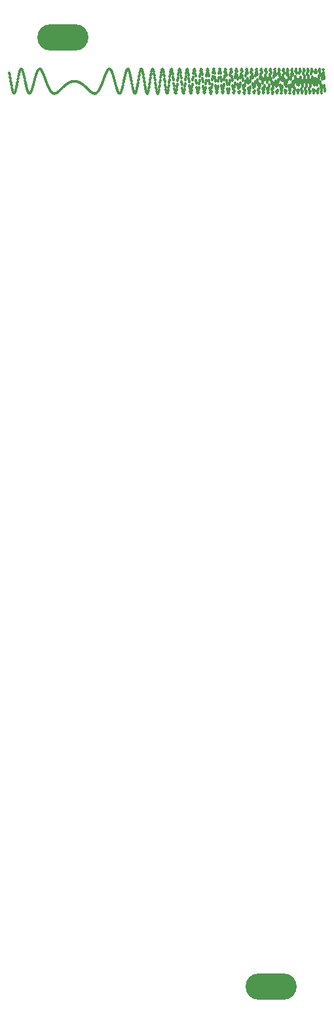
<source format=gts>
G04 Layer: TopSolderMaskLayer*
G04 EasyEDA v6.5.34, 2023-08-21 18:11:39*
G04 41bd66247c774cb09e50729edd233ae6,5a6b42c53f6a479593ecc07194224c93,10*
G04 Gerber Generator version 0.2*
G04 Scale: 100 percent, Rotated: No, Reflected: No *
G04 Dimensions in millimeters *
G04 leading zeros omitted , absolute positions ,4 integer and 5 decimal *
%FSLAX45Y45*%
%MOMM*%

%ADD10C,0.3556*%
%ADD11O,6.6032126X3.4031936000000003*%

%LPD*%
D10*
X-4229Y12109815D02*
G01*
X4234Y12088850D01*
X4234Y12065848D02*
G01*
X12705Y12041286D01*
X12705Y12016003D02*
G01*
X21170Y11990481D01*
X21170Y11965559D02*
G01*
X29634Y11941683D01*
X29634Y11919612D02*
G01*
X38105Y11899706D01*
X38105Y11882561D02*
G01*
X46570Y11868434D01*
X46570Y11857720D02*
G01*
X55034Y11850545D01*
X55034Y11847065D02*
G01*
X63505Y11847296D01*
X63505Y11851159D02*
G01*
X71970Y11858531D01*
X71970Y11869160D02*
G01*
X80434Y11882798D01*
X80434Y11899038D02*
G01*
X88905Y11917547D01*
X88905Y11937814D02*
G01*
X97370Y11959450D01*
X97370Y11981903D02*
G01*
X105834Y12004756D01*
X105834Y12027463D02*
G01*
X114305Y12049615D01*
X114305Y12070735D02*
G01*
X122770Y12090450D01*
X122770Y12108365D02*
G01*
X131234Y12124176D01*
X131234Y12137603D02*
G01*
X139705Y12148444D01*
X139705Y12156523D02*
G01*
X148170Y12161756D01*
X148170Y12164082D02*
G01*
X156634Y12163511D01*
X156634Y12160120D02*
G01*
X165105Y12154011D01*
X165105Y12145335D02*
G01*
X173570Y12134303D01*
X173570Y12121134D02*
G01*
X182034Y12106107D01*
X182034Y12089488D02*
G01*
X190505Y12071611D01*
X190505Y12052752D02*
G01*
X198970Y12033288D01*
X198970Y12013473D02*
G01*
X207434Y11993699D01*
X207434Y11974202D02*
G01*
X215905Y11955338D01*
X215905Y11937324D02*
G01*
X224370Y11920463D01*
X224370Y11904929D02*
G01*
X232834Y11890976D01*
X232834Y11878716D02*
G01*
X241305Y11868335D01*
X241305Y11859902D02*
G01*
X249770Y11853534D01*
X249770Y11849229D02*
G01*
X258234Y11847034D01*
X258234Y11846918D02*
G01*
X266705Y11848838D01*
X266705Y11852739D02*
G01*
X275170Y11858500D01*
X275170Y11866059D02*
G01*
X283634Y11875218D01*
X283634Y11885896D02*
G01*
X292105Y11897865D01*
X292105Y11911037D02*
G01*
X300570Y11925132D01*
X300570Y11940082D02*
G01*
X309034Y11955574D01*
X309034Y11971553D02*
G01*
X317505Y11987702D01*
X317505Y12003986D02*
G01*
X325970Y12020077D01*
X325970Y12035965D02*
G01*
X334434Y12051339D01*
X334434Y12066209D02*
G01*
X342905Y12080298D01*
X342905Y12093618D02*
G01*
X351370Y12105927D01*
X351370Y12117275D02*
G01*
X359834Y12127445D01*
X359834Y12136493D02*
G01*
X368305Y12144263D01*
X368305Y12150818D02*
G01*
X376770Y12156038D01*
X376770Y12159995D02*
G01*
X385234Y12162637D01*
X385234Y12164001D02*
G01*
X393705Y12164108D01*
X393705Y12162977D02*
G01*
X402170Y12160676D01*
X402170Y12157229D02*
G01*
X410634Y12152734D01*
X410634Y12147189D02*
G01*
X419105Y12140752D01*
X419105Y12133399D02*
G01*
X427570Y12125312D01*
X427570Y12116457D02*
G01*
X436034Y12107037D01*
X436034Y12096998D02*
G01*
X444505Y12086579D01*
X444505Y12075685D02*
G01*
X452970Y12064583D01*
X452970Y12053161D02*
G01*
X461434Y12041690D01*
X461434Y12030044D02*
G01*
X469905Y12018497D01*
X469905Y12006894D02*
G01*
X478370Y11995533D01*
X478370Y11984248D02*
G01*
X486834Y11973303D01*
X486834Y11962531D02*
G01*
X495305Y11952206D01*
X495305Y11942142D02*
G01*
X503770Y11932592D01*
X503770Y11923377D02*
G01*
X512234Y11914733D01*
X512234Y11906478D02*
G01*
X520705Y11898828D01*
X520705Y11891609D02*
G01*
X529170Y11885010D01*
X529170Y11878878D02*
G01*
X537634Y11873364D01*
X537634Y11868335D02*
G01*
X546105Y11863908D01*
X546105Y11859963D02*
G01*
X554570Y11856603D01*
X554570Y11853720D02*
G01*
X563034Y11851388D01*
X563034Y11849521D02*
G01*
X571505Y11848157D01*
X571505Y11847245D02*
G01*
X579970Y11846780D01*
X579970Y11846750D02*
G01*
X588434Y11847116D01*
X588434Y11847878D02*
G01*
X596905Y11848993D01*
X596905Y11850471D02*
G01*
X605370Y11852236D01*
X605370Y11854340D02*
G01*
X613834Y11856676D01*
X613834Y11859313D02*
G01*
X622305Y11862140D01*
X622305Y11865229D02*
G01*
X630770Y11868447D01*
X630770Y11871901D02*
G01*
X639234Y11875442D01*
X639234Y11879181D02*
G01*
X647705Y11882958D01*
X647705Y11886920D02*
G01*
X656170Y11890865D01*
X656170Y11894969D02*
G01*
X664641Y11899026D01*
X664641Y11903212D02*
G01*
X673100Y11907309D01*
X673100Y11911520D02*
G01*
X681570Y11915620D01*
X681570Y11919805D02*
G01*
X690041Y11923854D01*
X690041Y11927972D02*
G01*
X698500Y11931929D01*
X698500Y11935940D02*
G01*
X706970Y11939772D01*
X706970Y11943648D02*
G01*
X715441Y11947319D01*
X715441Y11951035D02*
G01*
X723900Y11954525D01*
X723900Y11958048D02*
G01*
X732370Y11961340D01*
X732370Y11964652D02*
G01*
X740841Y11967728D01*
X740841Y11970816D02*
G01*
X749300Y11973669D01*
X749300Y11976521D02*
G01*
X757770Y11979125D01*
X757770Y11981736D02*
G01*
X766241Y11984093D01*
X766241Y11986455D02*
G01*
X774700Y11988563D01*
X774700Y11990666D02*
G01*
X783170Y11992513D01*
X783170Y11994362D02*
G01*
X791641Y11995942D01*
X791641Y11997524D02*
G01*
X800100Y11998853D01*
X800100Y12000174D02*
G01*
X808570Y12001233D01*
X808570Y12002287D02*
G01*
X817041Y12003082D01*
X817041Y12003874D02*
G01*
X825500Y12004403D01*
X825500Y12004936D02*
G01*
X833970Y12005195D01*
X833970Y12005462D02*
G01*
X842441Y12005462D01*
X842441Y12005462D02*
G01*
X850900Y12005195D01*
X850900Y12004936D02*
G01*
X859370Y12004403D01*
X859370Y12003874D02*
G01*
X867841Y12003082D01*
X867841Y12002287D02*
G01*
X876300Y12001233D01*
X876300Y12000174D02*
G01*
X884770Y11998853D01*
X884770Y11997524D02*
G01*
X893241Y11995942D01*
X893241Y11994362D02*
G01*
X901700Y11992513D01*
X901700Y11990666D02*
G01*
X910170Y11988563D01*
X910170Y11986455D02*
G01*
X918641Y11984093D01*
X918641Y11981743D02*
G01*
X927100Y11979125D01*
X927100Y11976521D02*
G01*
X935570Y11973669D01*
X935570Y11970821D02*
G01*
X944041Y11967728D01*
X944041Y11964652D02*
G01*
X952500Y11961340D01*
X952500Y11958048D02*
G01*
X960970Y11954525D01*
X960970Y11951035D02*
G01*
X969441Y11947319D01*
X969441Y11943648D02*
G01*
X977900Y11939772D01*
X977900Y11935947D02*
G01*
X986370Y11931929D01*
X986370Y11927972D02*
G01*
X994841Y11923854D01*
X994841Y11919805D02*
G01*
X1003300Y11915620D01*
X1003300Y11911520D02*
G01*
X1011770Y11907309D01*
X1011770Y11903212D02*
G01*
X1020241Y11899026D01*
X1020241Y11894969D02*
G01*
X1028700Y11890865D01*
X1028700Y11886920D02*
G01*
X1037170Y11882958D01*
X1037170Y11879181D02*
G01*
X1045641Y11875442D01*
X1045641Y11871901D02*
G01*
X1054100Y11868447D01*
X1054100Y11865229D02*
G01*
X1062570Y11862140D01*
X1062570Y11859318D02*
G01*
X1071041Y11856676D01*
X1071041Y11854340D02*
G01*
X1079500Y11852236D01*
X1079500Y11850471D02*
G01*
X1087970Y11848993D01*
X1087970Y11847878D02*
G01*
X1096441Y11847116D01*
X1096441Y11846750D02*
G01*
X1104900Y11846780D01*
X1104900Y11847245D02*
G01*
X1113370Y11848157D01*
X1113370Y11849521D02*
G01*
X1121841Y11851388D01*
X1121841Y11853720D02*
G01*
X1130300Y11856603D01*
X1130300Y11859958D02*
G01*
X1138770Y11863908D01*
X1138770Y11868330D02*
G01*
X1147241Y11873364D01*
X1147241Y11878871D02*
G01*
X1155700Y11885010D01*
X1155700Y11891601D02*
G01*
X1164170Y11898828D01*
X1164170Y11906465D02*
G01*
X1172641Y11914733D01*
X1172641Y11923364D02*
G01*
X1181100Y11932592D01*
X1181100Y11942130D02*
G01*
X1189570Y11952206D01*
X1189570Y11962513D02*
G01*
X1198041Y11973303D01*
X1198041Y11984230D02*
G01*
X1206500Y11995533D01*
X1206500Y12006877D02*
G01*
X1214970Y12018497D01*
X1214970Y12030019D02*
G01*
X1223441Y12041690D01*
X1223441Y12053138D02*
G01*
X1231900Y12064583D01*
X1231900Y12075665D02*
G01*
X1240370Y12086579D01*
X1240370Y12096973D02*
G01*
X1248841Y12107037D01*
X1248841Y12116432D02*
G01*
X1257300Y12125312D01*
X1257300Y12133379D02*
G01*
X1265770Y12140752D01*
X1265770Y12147179D02*
G01*
X1274241Y12152734D01*
X1274241Y12157217D02*
G01*
X1282700Y12160676D01*
X1282700Y12162972D02*
G01*
X1291170Y12164108D01*
X1291170Y12164001D02*
G01*
X1299641Y12162637D01*
X1299641Y12160008D02*
G01*
X1308100Y12156038D01*
X1308100Y12150836D02*
G01*
X1316570Y12144263D01*
X1316570Y12136518D02*
G01*
X1325041Y12127445D01*
X1325041Y12117306D02*
G01*
X1333500Y12105927D01*
X1333500Y12093661D02*
G01*
X1341970Y12080298D01*
X1341970Y12066259D02*
G01*
X1350441Y12051339D01*
X1350441Y12036016D02*
G01*
X1358900Y12020077D01*
X1358900Y12004042D02*
G01*
X1367370Y11987702D01*
X1367370Y11971616D02*
G01*
X1375841Y11955574D01*
X1375841Y11940138D02*
G01*
X1384300Y11925132D01*
X1384300Y11911093D02*
G01*
X1392770Y11897865D01*
X1392770Y11885947D02*
G01*
X1401241Y11875218D01*
X1401241Y11866090D02*
G01*
X1409700Y11858500D01*
X1409700Y11852757D02*
G01*
X1418170Y11848838D01*
X1418170Y11846923D02*
G01*
X1426641Y11847034D01*
X1426641Y11849211D02*
G01*
X1435100Y11853534D01*
X1435100Y11859872D02*
G01*
X1443570Y11868335D01*
X1443570Y11878660D02*
G01*
X1452041Y11890976D01*
X1452041Y11904855D02*
G01*
X1460500Y11920463D01*
X1460500Y11937237D02*
G01*
X1468970Y11955338D01*
X1468970Y11974103D02*
G01*
X1477441Y11993699D01*
X1477441Y12013369D02*
G01*
X1485900Y12033288D01*
X1485900Y12052653D02*
G01*
X1494370Y12071611D01*
X1494370Y12089389D02*
G01*
X1502841Y12106107D01*
X1502841Y12121052D02*
G01*
X1511300Y12134303D01*
X1511300Y12145274D02*
G01*
X1519770Y12154011D01*
X1519770Y12160095D02*
G01*
X1528241Y12163511D01*
X1528241Y12164087D02*
G01*
X1536700Y12161756D01*
X1536700Y12156567D02*
G01*
X1545170Y12148444D01*
X1545170Y12137684D02*
G01*
X1553641Y12124176D01*
X1553641Y12108477D02*
G01*
X1562100Y12090450D01*
X1562100Y12070877D02*
G01*
X1570570Y12049615D01*
X1570570Y12027618D02*
G01*
X1579041Y12004756D01*
X1579041Y11982066D02*
G01*
X1587500Y11959450D01*
X1587500Y11937969D02*
G01*
X1595970Y11917547D01*
X1595970Y11899168D02*
G01*
X1604441Y11882798D01*
X1604441Y11869254D02*
G01*
X1612900Y11858531D01*
X1612900Y11851203D02*
G01*
X1621370Y11847296D01*
X1621370Y11847052D02*
G01*
X1629841Y11850545D01*
X1629841Y11857644D02*
G01*
X1638300Y11868434D01*
X1638300Y11882432D02*
G01*
X1646770Y11899706D01*
X1646770Y11919427D02*
G01*
X1655241Y11941683D01*
X1655241Y11965348D02*
G01*
X1663700Y11990481D01*
X1663700Y12015774D02*
G01*
X1672170Y12041286D01*
X1672170Y12065632D02*
G01*
X1680641Y12088850D01*
X1680641Y12109635D02*
G01*
X1689100Y12127984D01*
X1689100Y12142848D02*
G01*
X1697570Y12154184D01*
X1697570Y12161316D02*
G01*
X1706041Y12164174D01*
X1706041Y12162538D02*
G01*
X1714500Y12156343D01*
X1714500Y12145881D02*
G01*
X1722970Y12131093D01*
X1722970Y12112774D02*
G01*
X1731441Y12090890D01*
X1731441Y12066681D02*
G01*
X1739900Y12040133D01*
X1739900Y12012805D02*
G01*
X1748370Y11984708D01*
X1748370Y11957545D02*
G01*
X1756841Y11931365D01*
X1756841Y11907794D02*
G01*
X1765300Y11886890D01*
X1765300Y11870021D02*
G01*
X1773770Y11857253D01*
X1773770Y11849460D02*
G01*
X1782241Y11846712D01*
X1782241Y11849260D02*
G01*
X1790700Y11857179D01*
X1790700Y11870004D02*
G01*
X1799170Y11887776D01*
X1799170Y11909374D02*
G01*
X1807641Y11934812D01*
X1807641Y11962401D02*
G01*
X1816100Y11992112D01*
X1816100Y12021931D02*
G01*
X1824570Y12051779D01*
X1824570Y12079584D02*
G01*
X1833041Y12105225D01*
X1833041Y12126882D02*
G01*
X1841500Y12144430D01*
X1841500Y12156559D02*
G01*
X1849970Y12163170D01*
X1849970Y12163709D02*
G01*
X1858441Y12158103D01*
X1858441Y12146681D02*
G01*
X1866900Y12129437D01*
X1866900Y12107557D02*
G01*
X1875370Y12081103D01*
X1875370Y12052007D02*
G01*
X1883841Y12020356D01*
X1883841Y11988558D02*
G01*
X1892300Y11956745D01*
X1892300Y11927395D02*
G01*
X1900770Y11900674D01*
X1900770Y11878703D02*
G01*
X1909241Y11861670D01*
X1909241Y11850971D02*
G01*
X1917700Y11846750D01*
X1917700Y11849417D02*
G01*
X1926170Y11859028D01*
X1926170Y11874883D02*
G01*
X1934641Y11896961D01*
X1934641Y11923501D02*
G01*
X1943100Y11954395D01*
X1943100Y11987095D02*
G01*
X1951570Y12021411D01*
X1951570Y12054459D02*
G01*
X1960041Y12085985D01*
X1960041Y12113282D02*
G01*
X1968500Y12136097D01*
X1968500Y12152406D02*
G01*
X1976970Y12162010D01*
X1976970Y12164001D02*
G01*
X1985441Y12158284D01*
X1985441Y12145269D02*
G01*
X1993900Y12124997D01*
X1993900Y12099211D02*
G01*
X2002370Y12068063D01*
X2002370Y12034354D02*
G01*
X2010841Y11998325D01*
X2010841Y11963288D02*
G01*
X2019300Y11929567D01*
X2019300Y11900321D02*
G01*
X2027770Y11875863D01*
X2027770Y11858556D02*
G01*
X2036241Y11848635D01*
X2036241Y11847134D02*
G01*
X2044700Y11854141D01*
X2044700Y11869066D02*
G01*
X2053170Y11891850D01*
X2053170Y11920326D02*
G01*
X2061641Y11954271D01*
X2061641Y11990362D02*
G01*
X2070100Y12028251D01*
X2070100Y12064144D02*
G01*
X2078570Y12097649D01*
X2078570Y12125325D02*
G01*
X2087041Y12146818D01*
X2087041Y12159853D02*
G01*
X2095500Y12164207D01*
X2095500Y12159338D02*
G01*
X2103970Y12145218D01*
X2103970Y12123242D02*
G01*
X2112441Y12093587D01*
X2112441Y12059351D02*
G01*
X2120900Y12020890D01*
X2120900Y11982307D02*
G01*
X2129370Y11944083D01*
X2129370Y11910380D02*
G01*
X2137841Y11881662D01*
X2137841Y11861142D02*
G01*
X2146300Y11849155D01*
X2146300Y11847128D02*
G01*
X2154770Y11855170D01*
X2154770Y11872465D02*
G01*
X2163241Y11898876D01*
X2163241Y11931464D02*
G01*
X2171700Y11969849D01*
X2171700Y12009661D02*
G01*
X2180170Y12050364D01*
X2180170Y12087212D02*
G01*
X2188641Y12119663D01*
X2188641Y12143836D02*
G01*
X2197100Y12159325D01*
X2197100Y12164207D02*
G01*
X2205570Y12158309D01*
X2205570Y12142254D02*
G01*
X2214041Y12116178D01*
X2214041Y12083188D02*
G01*
X2222500Y12043704D01*
X2222500Y12002554D02*
G01*
X2230970Y11960331D01*
X2230970Y11922292D02*
G01*
X2239441Y11889071D01*
X2239441Y11864893D02*
G01*
X2247900Y11850204D01*
X2247900Y11846961D02*
G01*
X2256370Y11855312D01*
X2256370Y11874289D02*
G01*
X2264841Y11903664D01*
X2264841Y11939699D02*
G01*
X2273300Y11981873D01*
X2273300Y12024680D02*
G01*
X2281770Y12067418D01*
X2281770Y12104403D02*
G01*
X2290241Y12134961D01*
X2290241Y12154949D02*
G01*
X2298700Y12163920D01*
X2298700Y12160577D02*
G01*
X2307170Y12144877D01*
X2307170Y12118868D02*
G01*
X2315641Y12082934D01*
X2315641Y12041962D02*
G01*
X2324100Y11996643D01*
X2324100Y11953293D02*
G01*
X2332570Y11912706D01*
X2332570Y11880644D02*
G01*
X2341041Y11857763D01*
X2341041Y11847400D02*
G01*
X2349500Y11849849D01*
X2349500Y11864863D02*
G01*
X2357970Y11892241D01*
X2357970Y11928109D02*
G01*
X2366441Y11971832D01*
X2366441Y12017052D02*
G01*
X2374900Y12062896D01*
X2374900Y12102566D02*
G01*
X2383370Y12135220D01*
X2383370Y12155926D02*
G01*
X2391841Y12164169D01*
X2391841Y12158606D02*
G01*
X2400300Y12139241D01*
X2400300Y12108942D02*
G01*
X2408770Y12068235D01*
X2408770Y12023333D02*
G01*
X2417241Y11975132D01*
X2417241Y11931116D02*
G01*
X2425700Y11892241D01*
X2425700Y11864665D02*
G01*
X2434170Y11849056D01*
X2434170Y11847972D02*
G01*
X2442641Y11861551D01*
X2442641Y11887728D02*
G01*
X2451100Y11926013D01*
X2451100Y11970308D02*
G01*
X2459570Y12019681D01*
X2459570Y12066104D02*
G01*
X2468041Y12108520D01*
X2468041Y12139909D02*
G01*
X2476500Y12159493D01*
X2476500Y12163920D02*
G01*
X2484970Y12152988D01*
X2484970Y12128418D02*
G01*
X2493441Y12090679D01*
X2493441Y12046079D02*
G01*
X2501900Y11995602D01*
X2501900Y11947842D02*
G01*
X2510370Y11903930D01*
X2510370Y11871479D02*
G01*
X2518841Y11851345D01*
X2518841Y11847103D02*
G01*
X2527300Y11858972D01*
X2527300Y11884980D02*
G01*
X2535770Y11924593D01*
X2535770Y11970877D02*
G01*
X2544241Y12022757D01*
X2544241Y12070984D02*
G01*
X2552700Y12114342D01*
X2552700Y12144982D02*
G01*
X2561170Y12162048D01*
X2561170Y12162345D02*
G01*
X2569641Y12145746D01*
X2569641Y12115198D02*
G01*
X2578100Y12071380D01*
X2578100Y12022310D02*
G01*
X2586570Y11969229D01*
X2586570Y11922013D02*
G01*
X2595041Y11881934D01*
X2595041Y11856585D02*
G01*
X2603500Y11846730D01*
X2603500Y11854334D02*
G01*
X2611970Y11879323D01*
X2611970Y11917009D02*
G01*
X2620441Y11966481D01*
X2620441Y12018243D02*
G01*
X2628900Y12070928D01*
X2628900Y12114263D02*
G01*
X2637370Y12147021D01*
X2637370Y12162693D02*
G01*
X2645841Y12160745D01*
X2645841Y12141454D02*
G01*
X2654300Y12105225D01*
X2654300Y12059213D02*
G01*
X2662770Y12004624D01*
X2662770Y11952411D02*
G01*
X2671241Y11904042D01*
X2671241Y11869376D02*
G01*
X2679700Y11849483D01*
X2679700Y11848518D02*
G01*
X2688170Y11866636D01*
X2688170Y11900204D02*
G01*
X2696641Y11948363D01*
X2696641Y12001164D02*
G01*
X2705100Y12057118D01*
X2705100Y12104489D02*
G01*
X2713570Y12141857D01*
X2713570Y12161248D02*
G01*
X2722041Y12161979D01*
X2722041Y12143785D02*
G01*
X2730500Y12107092D01*
X2730500Y12059686D02*
G01*
X2738970Y12002902D01*
X2738970Y11949000D02*
G01*
X2747441Y11899607D01*
X2747441Y11865546D02*
G01*
X2755900Y11847934D01*
X2755900Y11850743D02*
G01*
X2764370Y11874022D01*
X2764370Y11912699D02*
G01*
X2772841Y11965706D01*
X2772841Y12021251D02*
G01*
X2781300Y12077656D01*
X2781300Y12122200D02*
G01*
X2789770Y12153435D01*
X2789770Y12164194D02*
G01*
X2798241Y12154016D01*
X2798241Y12125119D02*
G01*
X2806700Y12078294D01*
X2806700Y12024253D02*
G01*
X2815170Y11964652D01*
X2815170Y11913313D02*
G01*
X2823641Y11871919D01*
X2823641Y11850222D02*
G01*
X2832100Y11849031D01*
X2832100Y11868726D02*
G01*
X2840570Y11908805D01*
X2840570Y11959846D02*
G01*
X2849041Y12020257D01*
X2849041Y12075629D02*
G01*
X2857500Y12124115D01*
X2857500Y12153986D02*
G01*
X2865970Y12164156D01*
X2865970Y12152045D02*
G01*
X2874441Y12117938D01*
X2874441Y12070059D02*
G01*
X2882900Y12009927D01*
X2882900Y11952305D02*
G01*
X2891370Y11899130D01*
X2891370Y11863641D02*
G01*
X2899841Y11847121D01*
X2899841Y11853806D02*
G01*
X2908300Y11883598D01*
X2908300Y11929107D02*
G01*
X2916770Y11988868D01*
X2916770Y12047791D02*
G01*
X2925241Y12103856D01*
X2925241Y12142718D02*
G01*
X2933700Y12162947D01*
X2933700Y12159239D02*
G01*
X2942170Y12131593D01*
X2942170Y12087064D02*
G01*
X2950641Y12027093D01*
X2950641Y11967268D02*
G01*
X2959100Y11909686D01*
X2959100Y11869483D02*
G01*
X2967570Y11848175D01*
X2967570Y11851492D02*
G01*
X2976041Y11879460D01*
X2976041Y11924723D02*
G01*
X2984500Y11985779D01*
X2984500Y12046320D02*
G01*
X2992970Y12104184D01*
X2992970Y12143712D02*
G01*
X3001441Y12163394D01*
X3001441Y12157788D02*
G01*
X3009900Y12126950D01*
X3009900Y12079218D02*
G01*
X3018370Y12016221D01*
X3018370Y11955277D02*
G01*
X3026841Y11898591D01*
X3026841Y11861942D02*
G01*
X3035300Y11846755D01*
X3035300Y11857385D02*
G01*
X3043770Y11893575D01*
X3043770Y11945249D02*
G01*
X3052241Y12010603D01*
X3052241Y12071164D02*
G01*
X3060700Y12124692D01*
X3060700Y12155871D02*
G01*
X3069170Y12163437D01*
X3069170Y12145119D02*
G01*
X3077641Y12101451D01*
X3077641Y12044951D02*
G01*
X3086100Y11977657D01*
X3086100Y11919104D02*
G01*
X3094570Y11871523D01*
X3094570Y11848901D02*
G01*
X3103041Y11852219D01*
X3103041Y11880601D02*
G01*
X3111500Y11933113D01*
X3111500Y11994276D02*
G01*
X3119970Y12061825D01*
X3119970Y12115606D02*
G01*
X3128441Y12153521D01*
X3128441Y12164108D02*
G01*
X3136900Y12146818D01*
X3136900Y12106770D02*
G01*
X3145370Y12045373D01*
X3145370Y11981233D02*
G01*
X3153841Y11916785D01*
X3153841Y11871772D02*
G01*
X3162300Y11848020D01*
X3162300Y11852945D02*
G01*
X3170770Y11886486D01*
X3170770Y11938365D02*
G01*
X3179241Y12006666D01*
X3179241Y12070133D02*
G01*
X3187700Y12126285D01*
X3187700Y12157466D02*
G01*
X3196170Y12162327D01*
X3196170Y12139234D02*
G01*
X3204641Y12088942D01*
X3204641Y12027347D02*
G01*
X3213100Y11956788D01*
X3213100Y11899806D02*
G01*
X3221570Y11858706D01*
X3221570Y11846768D02*
G01*
X3230041Y11864609D01*
X3230041Y11906572D02*
G01*
X3238500Y11971108D01*
X3238500Y12037286D02*
G01*
X3246970Y12102510D01*
X3246970Y12145385D02*
G01*
X3255441Y12164118D01*
X3255441Y12152436D02*
G01*
X3263900Y12110659D01*
X3263900Y12052536D02*
G01*
X3272370Y11980285D01*
X3272370Y11917969D02*
G01*
X3280841Y11868111D01*
X3280841Y11847499D02*
G01*
X3289300Y11857088D01*
X3289300Y11893755D02*
G01*
X3297770Y11956150D01*
X3297770Y12023196D02*
G01*
X3306241Y12092216D01*
X3306241Y12139642D02*
G01*
X3314700Y12163480D01*
X3314700Y12155444D02*
G01*
X3323170Y12115718D01*
X3323170Y12057905D02*
G01*
X3331641Y11984261D01*
X3331641Y11920321D02*
G01*
X3340100Y11868701D01*
X3340100Y11847494D02*
G01*
X3348570Y11857700D01*
X3348570Y11895830D02*
G01*
X3357041Y11960486D01*
X3357041Y12028891D02*
G01*
X3365500Y12098294D01*
X3365500Y12144034D02*
G01*
X3373970Y12164131D01*
X3373970Y12151319D02*
G01*
X3382441Y12105970D01*
X3382441Y12044281D02*
G01*
X3390900Y11968670D01*
X3390900Y11906443D02*
G01*
X3399370Y11860182D01*
X3399370Y11846768D02*
G01*
X3407841Y11866885D01*
X3407841Y11913293D02*
G01*
X3416300Y11984222D01*
X3416300Y12053681D02*
G01*
X3424770Y12118825D01*
X3424770Y12155561D02*
G01*
X3433241Y12162271D01*
X3433241Y12136351D02*
G01*
X3441700Y12078728D01*
X3441700Y12010819D02*
G01*
X3450170Y11935363D01*
X3450170Y11880689D02*
G01*
X3458641Y11849105D01*
X3458641Y11852635D02*
G01*
X3467100Y11891274D01*
X3467100Y11950463D02*
G01*
X3475570Y12027872D01*
X3475570Y12094009D02*
G01*
X3484041Y12146112D01*
X3484041Y12164138D02*
G01*
X3492500Y12147202D01*
X3492500Y12101736D02*
G01*
X3500970Y12029473D01*
X3500970Y11958358D02*
G01*
X3509441Y11891312D01*
X3509441Y11854489D02*
G01*
X3517900Y11849521D01*
X3517900Y11878462D02*
G01*
X3526370Y11940263D01*
X3526370Y12010671D02*
G01*
X3534841Y12086859D01*
X3534841Y12138652D02*
G01*
X3543300Y12163841D01*
X3543300Y12152312D02*
G01*
X3551770Y12104382D01*
X3551770Y12039127D02*
G01*
X3560241Y11959132D01*
X3560241Y11896539D02*
G01*
X3568700Y11853961D01*
X3568700Y11848678D02*
G01*
X3577170Y11881065D01*
X3577170Y11938060D02*
G01*
X3585641Y12017461D01*
X3585641Y12086889D02*
G01*
X3594100Y12143488D01*
X3594100Y12163988D02*
G01*
X3602570Y12147407D01*
X3602570Y12100483D02*
G01*
X3611041Y12024984D01*
X3611041Y11952145D02*
G01*
X3619500Y11884911D01*
X3619500Y11851325D02*
G01*
X3627970Y11852876D01*
X3627970Y11889016D02*
G01*
X3636441Y11958426D01*
X3636441Y12031985D02*
G01*
X3644900Y12106752D01*
X3644900Y12151103D02*
G01*
X3653370Y12163140D01*
X3653370Y12137659D02*
G01*
X3661841Y12075523D01*
X3661841Y12003181D02*
G01*
X3670300Y11923471D01*
X3670300Y11870598D02*
G01*
X3678770Y11846768D01*
X3678770Y11862333D02*
G01*
X3687241Y11916846D01*
X3687241Y11986773D02*
G01*
X3695700Y12069409D01*
X3695700Y12128797D02*
G01*
X3704170Y12162500D01*
X3704170Y12155698D02*
G01*
X3712641Y12108507D01*
X3712641Y12041571D02*
G01*
X3721100Y11957433D01*
X3721100Y11893232D02*
G01*
X3729570Y11851543D01*
X3729570Y11850941D02*
G01*
X3738041Y11891601D01*
X3738041Y11955500D02*
G01*
X3746500Y12040237D01*
X3746500Y12107900D02*
G01*
X3754970Y12155797D01*
X3754970Y12162320D02*
G01*
X3763441Y12127062D01*
X3763441Y12065855D02*
G01*
X3771900Y11980961D01*
X3771900Y11910900D02*
G01*
X3780370Y11858396D01*
X3780370Y11847474D02*
G01*
X3788841Y11878698D01*
X3788841Y11937850D02*
G01*
X3797300Y12022808D01*
X3797300Y12094474D02*
G01*
X3805770Y12150105D01*
X3805770Y12163907D02*
G01*
X3814241Y12135215D01*
X3814241Y12077260D02*
G01*
X3822700Y11992099D01*
X3822700Y11919452D02*
G01*
X3831170Y11862054D01*
X3831170Y11846880D02*
G01*
X3839641Y11874642D01*
X3839641Y11932356D02*
G01*
X3848100Y12018020D01*
X3848100Y12091131D02*
G01*
X3856570Y12148982D01*
X3856570Y12164014D02*
G01*
X3865041Y12135538D01*
X3865041Y12077054D02*
G01*
X3873500Y11990555D01*
X3873500Y11917492D02*
G01*
X3881970Y11860522D01*
X3881970Y11847146D02*
G01*
X3890441Y11877992D01*
X3890441Y11938228D02*
G01*
X3898900Y12025840D01*
X3898900Y12098276D02*
G01*
X3907370Y12152944D01*
X3907370Y12163115D02*
G01*
X3915841Y12128271D01*
X3915841Y12065396D02*
G01*
X3924300Y11976577D01*
X3924300Y11905505D02*
G01*
X3932770Y11854680D01*
X3932770Y11849298D02*
G01*
X3941241Y11889691D01*
X3941241Y11955896D02*
G01*
X3949700Y12045769D01*
X3949700Y12114504D02*
G01*
X3958170Y12159734D01*
X3958170Y12158743D02*
G01*
X3966641Y12111403D01*
X3966641Y12041436D02*
G01*
X3975100Y11951065D01*
X3975100Y11885935D02*
G01*
X3983570Y11848231D01*
X3983570Y11857167D02*
G01*
X3992041Y11912600D01*
X3992041Y11986374D02*
G01*
X4000500Y12076206D01*
X4000500Y12136140D02*
G01*
X4008970Y12164181D01*
X4008970Y12145850D02*
G01*
X4017441Y12081576D01*
X4017441Y12004420D02*
G01*
X4025900Y11916742D01*
X4025900Y11863964D02*
G01*
X4034370Y11847804D01*
X4034370Y11876750D02*
G01*
X4042841Y11950080D01*
X4042841Y12029559D02*
G01*
X4051300Y12112840D01*
X4051300Y12156231D02*
G01*
X4059770Y12158314D01*
X4059770Y12117920D02*
G01*
X4068241Y12036071D01*
X4068241Y11955995D02*
G01*
X4076700Y11879994D01*
D11*
G01*
X685800Y12573000D03*
G01*
X3378200Y330200D03*
M02*

</source>
